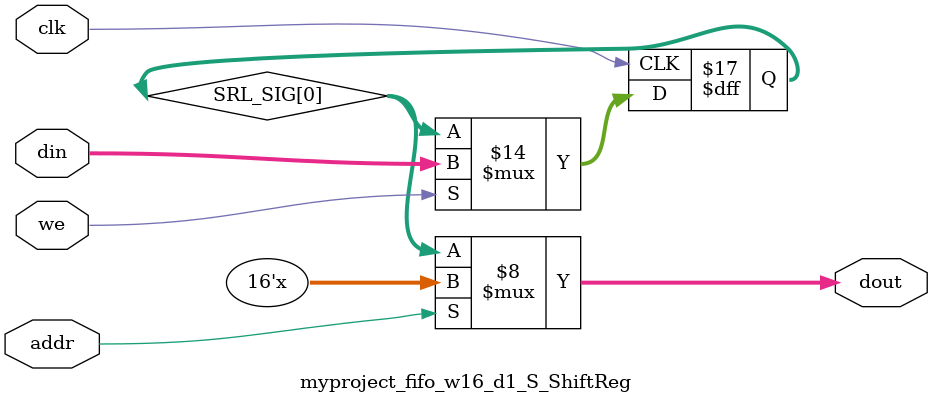
<source format=v>

`timescale 1ns/1ps

module myproject_fifo_w16_d1_S
#(parameter
    MEM_STYLE    = "shiftReg",
    DATA_WIDTH   = 16,
    ADDR_WIDTH   = 1,
    DEPTH        = 1)
(
    // system signal
    input  wire                  clk,
    input  wire                  reset,

    // write
    output wire                  if_full_n,
    input  wire                  if_write_ce,
    input  wire                  if_write,
    input  wire [DATA_WIDTH-1:0] if_din,
    
    // read 
    output wire [ADDR_WIDTH:0]   if_num_data_valid, // for FRP
    output wire [ADDR_WIDTH:0]   if_fifo_cap,       // for FRP

    output wire                  if_empty_n,
    input  wire                  if_read_ce,
    input  wire                  if_read,
    output wire [DATA_WIDTH-1:0] if_dout
);
//------------------------Parameter----------------------
localparam 
    SRL_DEPTH    = DEPTH,
    SRL_AWIDTH   = ADDR_WIDTH;
//------------------------Local signal-------------------
    reg  [SRL_AWIDTH-1:0] addr;
    wire                  push;
    wire                  pop;
    reg  [SRL_AWIDTH:0]   mOutPtr;
    reg                   empty_n = 1'b0;
    reg                   full_n = 1'b1; 

//------------------------Instantiation------------------
    myproject_fifo_w16_d1_S_ShiftReg 
    #(  .DATA_WIDTH (DATA_WIDTH),
        .ADDR_WIDTH (SRL_AWIDTH),
        .DEPTH      (SRL_DEPTH))
    U_myproject_fifo_w16_d1_S_ShiftReg (
        .clk        (clk),
        .we         (push),
        .addr       (addr),
        .din        (if_din),
        .dout       (if_dout)
    );
//------------------------Task and function--------------

//------------------------Body---------------------------
    // num_data_valid 
    assign if_num_data_valid = mOutPtr;
    assign if_fifo_cap       = DEPTH;

    // almost full/empty 

    // program full/empty 

    assign if_full_n  = full_n; 
    assign if_empty_n = empty_n;

    assign push       = full_n & if_write_ce & if_write;
    assign pop        = empty_n & if_read_ce & if_read;

    // addr
    always @(posedge clk) begin
        if (reset)
            addr <= {SRL_AWIDTH{1'b0}};
        else if (push & ~pop && empty_n)
            addr <= addr + 1'b1;
        else if (~push & pop && (mOutPtr != 1))
            addr <= addr - 1'b1;
    end

    // mOutPtr
    always @(posedge clk) begin
        if (reset)
            mOutPtr <= {SRL_AWIDTH+1{1'b0}};
        else if (push & ~pop)
            mOutPtr <= mOutPtr + 1'b1;
        else if (~push & pop)
            mOutPtr <= mOutPtr - 1'b1;
    end

    // full_n
    always @(posedge clk) begin
        if (reset)
            full_n <= 1'b1;
        else if ((push & ~pop) && (mOutPtr == DEPTH - 1))
            full_n <= 1'b0;
        else if (~push & pop)
            full_n <= 1'b1;
    end

    // empty_n
    always @(posedge clk) begin
        if (reset)
            empty_n <= 1'b0;
        else if (push & ~pop)
            empty_n <= 1'b1;
        else if ((~push & pop) && (mOutPtr == 1))
            empty_n <= 1'b0;
    end

    // almost_full_n 

    // almost_empty_n 

    // prog_full_n 
 
    // prog_empty_n 

endmodule  


module myproject_fifo_w16_d1_S_ShiftReg
#(parameter
    DATA_WIDTH  = 16,
    ADDR_WIDTH  = 1,
    DEPTH       = 1)
(
    input  wire                  clk,
    input  wire                  we,
    input  wire [ADDR_WIDTH-1:0] addr,
    input  wire [DATA_WIDTH-1:0] din,
    output wire [DATA_WIDTH-1:0] dout
);

    reg [DATA_WIDTH-1:0] SRL_SIG [0:DEPTH-1];
    integer i;

    always @(posedge clk) begin
        if (we) begin
            for (i=0; i<DEPTH-1; i=i+1)
                SRL_SIG[i+1] <= SRL_SIG[i];
            SRL_SIG[0] <= din;
        end
    end

    assign dout = SRL_SIG[addr];

endmodule
</source>
